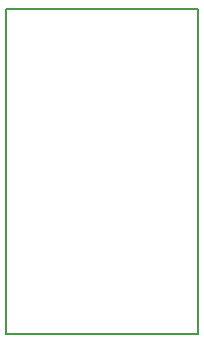
<source format=gm1>
G04*
G04 #@! TF.GenerationSoftware,Altium Limited,Altium Designer,18.1.9 (240)*
G04*
G04 Layer_Color=52428*
%FSLAX44Y44*%
%MOMM*%
G71*
G01*
G75*
%ADD16C,0.2000*%
D16*
X162500Y275000D02*
X162500Y0D01*
X-0Y275000D02*
X162500D01*
X-0D02*
X0Y0D01*
X162500D01*
M02*

</source>
